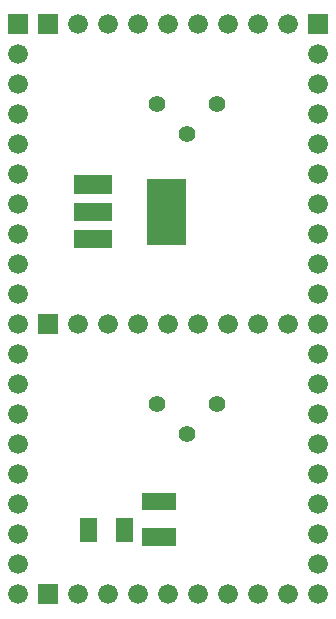
<source format=gbr>
G04 start of page 6 for group -4062 idx -4062 *
G04 Title: (unknown), soldermask *
G04 Creator: pcb 20140316 *
G04 CreationDate: Tue 10 Mar 2015 03:40:30 PM GMT UTC *
G04 For: fosse *
G04 Format: Gerber/RS-274X *
G04 PCB-Dimensions (mil): 1250.00 2150.00 *
G04 PCB-Coordinate-Origin: lower left *
%MOIN*%
%FSLAX25Y25*%
%LNBOTTOMMASK*%
%ADD49R,0.1280X0.1280*%
%ADD48R,0.0572X0.0572*%
%ADD47R,0.0620X0.0620*%
%ADD46C,0.0001*%
%ADD45C,0.0660*%
%ADD44C,0.0560*%
G54D44*X57000Y179000D03*
X77000D03*
X67000Y169000D03*
G54D45*X10500Y165500D03*
Y155500D03*
G54D46*G36*
X107200Y208800D02*Y202200D01*
X113800D01*
Y208800D01*
X107200D01*
G37*
G54D45*X110500Y195500D03*
Y185500D03*
Y175500D03*
Y165500D03*
Y155500D03*
Y145500D03*
Y135500D03*
G54D46*G36*
X7200Y208800D02*Y202200D01*
X13800D01*
Y208800D01*
X7200D01*
G37*
G54D45*X10500Y195500D03*
Y185500D03*
Y175500D03*
G54D46*G36*
X17200Y208800D02*Y202200D01*
X23800D01*
Y208800D01*
X17200D01*
G37*
G54D45*X30500Y205500D03*
X40500D03*
X50500D03*
X60500D03*
X70500D03*
X80500D03*
X90500D03*
X100500D03*
G54D44*X57000Y79000D03*
X77000D03*
X67000Y69000D03*
G54D45*X10500Y115500D03*
Y105500D03*
Y95500D03*
Y85500D03*
G54D46*G36*
X17200Y108800D02*Y102200D01*
X23800D01*
Y108800D01*
X17200D01*
G37*
G54D45*X110500Y125500D03*
Y115500D03*
Y105500D03*
Y95500D03*
Y85500D03*
Y75500D03*
Y65500D03*
Y55500D03*
Y45500D03*
Y35500D03*
Y25500D03*
Y15500D03*
X10500Y75500D03*
Y65500D03*
Y55500D03*
Y45500D03*
Y35500D03*
Y25500D03*
Y15500D03*
G54D46*G36*
X17200Y18800D02*Y12200D01*
X23800D01*
Y18800D01*
X17200D01*
G37*
G54D45*X30500Y15500D03*
X40500D03*
X50500D03*
X60500D03*
X70500D03*
X80500D03*
X90500D03*
X100500D03*
X10500Y145500D03*
Y135500D03*
Y125500D03*
X30500Y105500D03*
X40500D03*
X50500D03*
X60500D03*
X70500D03*
X80500D03*
X90500D03*
X100500D03*
G54D47*X32300Y134000D02*X38900D01*
X32300Y143000D02*X38900D01*
X32300Y152100D02*X38900D01*
G54D48*X34095Y38181D02*Y35819D01*
X45905Y38181D02*Y35819D01*
X54745Y34595D02*X60255D01*
X54745Y46405D02*X60255D01*
G54D49*X60000Y147500D02*Y138500D01*
M02*

</source>
